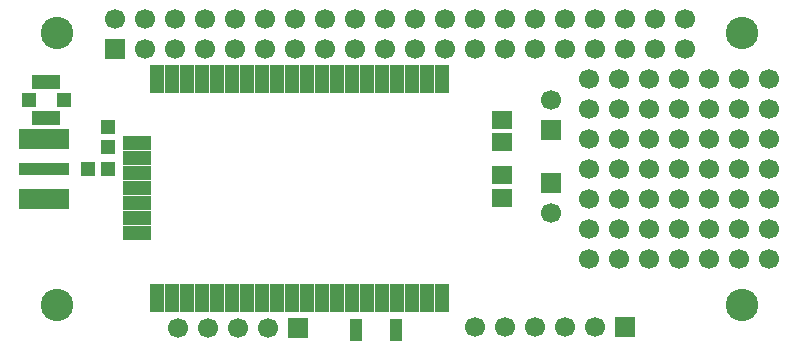
<source format=gbr>
G04 DipTrace 3.1.0.0*
G04 TopMask.gbr*
%MOMM*%
G04 #@! TF.FileFunction,Soldermask,Top*
G04 #@! TF.Part,Single*
%ADD40C,2.75*%
%ADD47R,2.45X1.3*%
%ADD49R,1.3X1.25*%
%ADD51R,2.474X1.21*%
%ADD53R,1.21X2.474*%
%ADD55R,1.0X1.9*%
%ADD57R,1.2X1.3*%
%ADD59R,1.3X1.2*%
%ADD61C,1.7*%
%ADD63C,1.7*%
%ADD65R,1.7X1.7*%
%ADD69R,1.7X1.5*%
%ADD71R,4.26X1.05*%
%ADD73R,4.26X1.72*%
%FSLAX35Y35*%
G04*
G71*
G90*
G75*
G01*
G04 TopMask*
%LPD*%
D73*
X1241334Y2245001D3*
D71*
X1242334Y2499001D3*
D73*
Y2752001D3*
D69*
X5115001Y2725001D3*
Y2915001D3*
Y2445001D3*
Y2255001D3*
D40*
X1349667Y1349001D3*
Y3649334D3*
X7150001D3*
X7149667Y1348667D3*
D65*
X1843667Y3517001D3*
D63*
Y3771001D3*
X2097667Y3517001D3*
Y3771001D3*
X2351667Y3517001D3*
Y3771001D3*
X2605667Y3517001D3*
Y3771001D3*
X2859667Y3517001D3*
Y3771001D3*
X3113667Y3517001D3*
Y3771001D3*
X3367667Y3517001D3*
Y3771001D3*
X3621667Y3517001D3*
Y3771001D3*
X3875667Y3517001D3*
Y3771001D3*
X4129667Y3517001D3*
Y3771001D3*
X4383667Y3517001D3*
Y3771001D3*
X4637667Y3517001D3*
Y3771001D3*
X4891667Y3517001D3*
Y3771001D3*
X5145667Y3517001D3*
Y3771001D3*
X5399667Y3517001D3*
Y3771001D3*
X5653667Y3517001D3*
Y3771001D3*
X5907667Y3517001D3*
Y3771001D3*
X6161667Y3517001D3*
Y3771001D3*
X6415667Y3517001D3*
Y3771001D3*
X6669667Y3517001D3*
Y3771001D3*
D65*
X6160001Y1160001D3*
D63*
X5906001D3*
X5652001D3*
X5398001D3*
X5144001D3*
X4890001D3*
D65*
X5530001Y2380001D3*
D63*
Y2126001D3*
D65*
Y2830001D3*
D63*
Y3084001D3*
D61*
X5852001Y3002001D3*
X6106001D3*
X6360001D3*
X6614001D3*
X6868001D3*
X7122001D3*
X7376001D3*
X5852001Y2748001D3*
X6106001D3*
X6360001D3*
X6614001D3*
X6868001D3*
X7122001D3*
X7376001D3*
Y2494001D3*
X7122001D3*
X6868001D3*
X6614001D3*
X6360001D3*
X6106001D3*
X5852001D3*
Y2240001D3*
X6106001D3*
X6360001D3*
X6614001D3*
X6868001D3*
X7122001D3*
X7376001D3*
Y1986001D3*
X7122001D3*
X6868001D3*
X6614001D3*
X6360001D3*
X6106001D3*
X5852001D3*
Y1732001D3*
X6106001D3*
X6360001D3*
X6614001D3*
X6868001D3*
X7122001D3*
X7376001D3*
X5852001Y3256001D3*
X6106001D3*
X6360001D3*
X6614001D3*
X6868001D3*
X7122001D3*
X7376001D3*
D65*
X3386334Y1147001D3*
D63*
X3132334D3*
X2878334D3*
X2624334D3*
X2370334D3*
D59*
X1780001Y2500001D3*
X1610001D3*
D57*
X1780001Y2680001D3*
Y2850001D3*
D55*
X4220001Y1130001D3*
X3880001D3*
D53*
X4608334Y3259334D3*
X4481334D3*
X4354334D3*
X4227334D3*
X4100334D3*
X3973334D3*
X3846334D3*
X3719334D3*
X3592334D3*
X3465334D3*
X3338334D3*
X3211334D3*
X3084334D3*
X2957334D3*
X2830334D3*
X2703334D3*
X2576334D3*
X2449334D3*
X2322334D3*
X2195334D3*
D51*
X2030834Y2713834D3*
Y2586834D3*
Y2459834D3*
Y2332834D3*
Y2205834D3*
Y2078834D3*
Y1951834D3*
D53*
X2195334Y1406334D3*
X2322334D3*
X2449334D3*
X2576334D3*
X2703334D3*
X2830334D3*
X2957334D3*
X3084334D3*
X3211334D3*
X3338334D3*
X3465334D3*
X3592334D3*
X3719334D3*
X3846334D3*
X3973334D3*
X4100334D3*
X4227334D3*
X4354334D3*
X4481334D3*
X4608334D3*
D49*
X1409001Y3081001D3*
X1109001D3*
D47*
X1259001Y3231001D3*
Y2931001D3*
M02*

</source>
